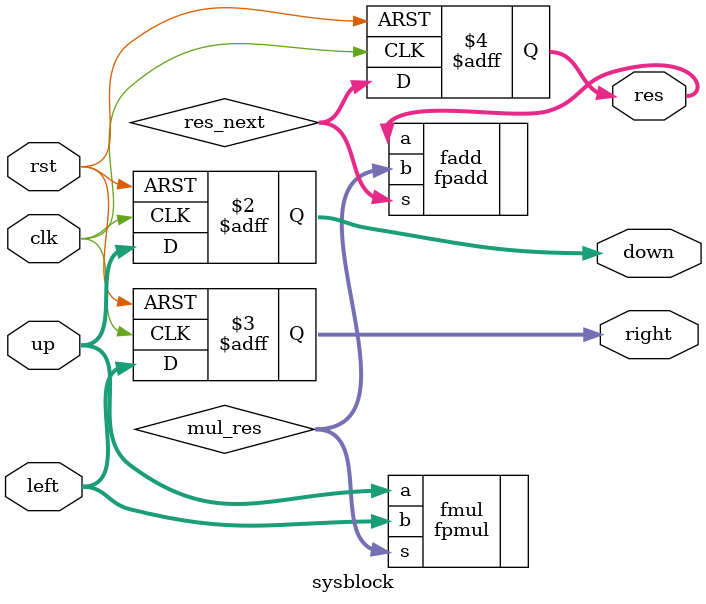
<source format=v>
`include "src/lvg/fp/fpmul.v"
`ifndef FPADD 
`define FPADD
`include "src/lvg/fp/fpadd.v"
`endif

module sysblock(
    input wire [31:0] up, left,
    input wire clk,
    input wire rst,
    output reg [31:0] down, right,
    output reg [31:0] res
);

wire [31:0] mul_res, res_next;

fpmul fmul(.a(up), .b(left), .s(mul_res));
fpadd fadd(.a(res), .b(mul_res), .s(res_next));

always @(posedge clk or posedge rst) begin
    if(rst) begin
        down <= 0;
        right <= 0;
        res <= 0;
    end
    else begin
        down <= up;
        right <= left;
        res <= res_next;
    end
end

endmodule

</source>
